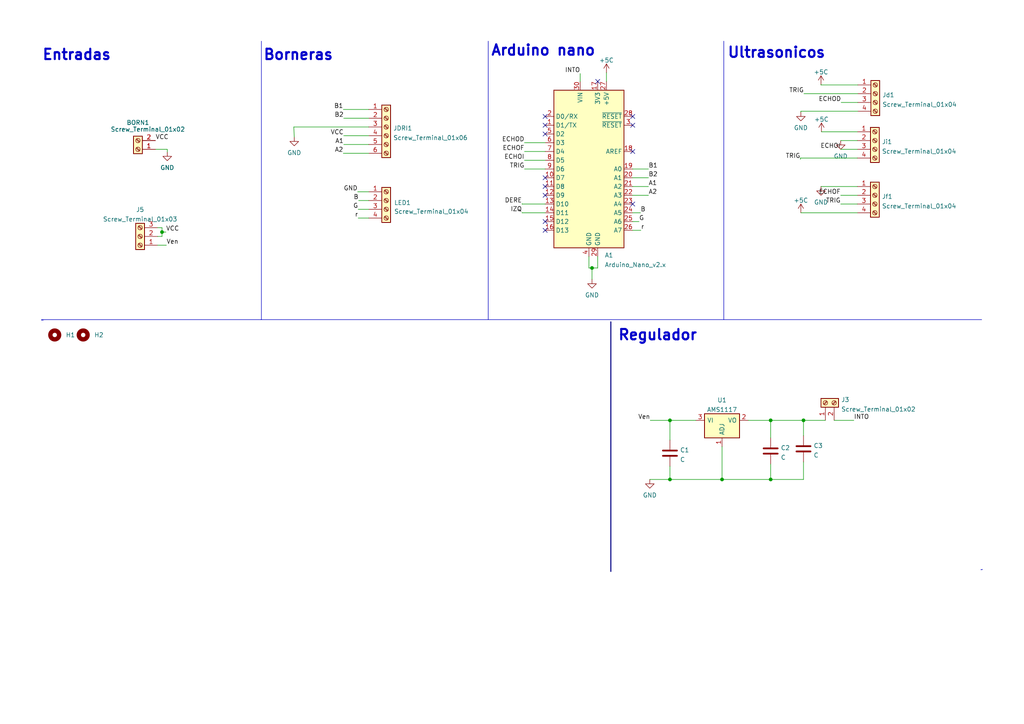
<source format=kicad_sch>
(kicad_sch (version 20230121) (generator eeschema)
  (paper "A4")
  (lib_symbols
    (symbol "Connector:Screw_Terminal_01x02" (pin_names (offset 1.016) hide)
      (property "Reference" "J" (at 0 2.54 0))
      (property "Value" "Screw_Terminal_01x02" (at 0 -5.08 0))
      (symbol "Screw_Terminal_01x02_1_1"
        (rectangle (start -1.27 1.27) (end 1.27 -3.81) (stroke (width 0.254)) (fill (type background)))
        (circle (center 0 -2.54) (radius 0.635) (stroke (width 0.1524)))
        (polyline (pts (xy -0.5334 -2.2098) (xy 0.3302 -3.048)) (stroke (width 0.1524)))
        (polyline (pts (xy -0.5334 0.3302) (xy 0.3302 -0.508)) (stroke (width 0.1524)))
        (polyline (pts (xy -0.3556 -2.032) (xy 0.508 -2.8702)) (stroke (width 0.1524)))
        (polyline (pts (xy -0.3556 0.508) (xy 0.508 -0.3302)) (stroke (width 0.1524)))
        (circle (center 0 0) (radius 0.635) (stroke (width 0.1524)))
        (pin passive line (at -5.08 0 0) (length 3.81) (name "Pin_1") (number "1"))
        (pin passive line (at -5.08 -2.54 0) (length 3.81) (name "Pin_2") (number "2"))
      )
    )
    (symbol "Connector:Screw_Terminal_01x03" (pin_names (offset 1.016) hide)
      (property "Reference" "J" (at 0 5.08 0))
      (property "Value" "Screw_Terminal_01x03" (at 0 -5.08 0))
      (symbol "Screw_Terminal_01x03_1_1"
        (rectangle (start -1.27 3.81) (end 1.27 -3.81) (stroke (width 0.254)) (fill (type background)))
        (circle (center 0 -2.54) (radius 0.635) (stroke (width 0.1524)))
        (polyline (pts (xy -0.5334 -2.2098) (xy 0.3302 -3.048)) (stroke (width 0.1524)))
        (polyline (pts (xy -0.5334 0.3302) (xy 0.3302 -0.508)) (stroke (width 0.1524)))
        (polyline (pts (xy -0.5334 2.8702) (xy 0.3302 2.032)) (stroke (width 0.1524)))
        (polyline (pts (xy -0.3556 -2.032) (xy 0.508 -2.8702)) (stroke (width 0.1524)))
        (polyline (pts (xy -0.3556 0.508) (xy 0.508 -0.3302)) (stroke (width 0.1524)))
        (polyline (pts (xy -0.3556 3.048) (xy 0.508 2.2098)) (stroke (width 0.1524)))
        (circle (center 0 0) (radius 0.635) (stroke (width 0.1524)))
        (circle (center 0 2.54) (radius 0.635) (stroke (width 0.1524)))
        (pin passive line (at -5.08 2.54 0) (length 3.81) (name "Pin_1") (number "1"))
        (pin passive line (at -5.08 0 0) (length 3.81) (name "Pin_2") (number "2"))
        (pin passive line (at -5.08 -2.54 0) (length 3.81) (name "Pin_3") (number "3"))
      )
    )
    (symbol "Connector:Screw_Terminal_01x04" (pin_names (offset 1.016) hide)
      (property "Reference" "J" (at 0 5.08 0))
      (property "Value" "Screw_Terminal_01x04" (at 0 -7.62 0))
      (symbol "Screw_Terminal_01x04_1_1"
        (rectangle (start -1.27 3.81) (end 1.27 -6.35) (stroke (width 0.254)) (fill (type background)))
        (circle (center 0 -5.08) (radius 0.635) (stroke (width 0.1524)))
        (circle (center 0 -2.54) (radius 0.635) (stroke (width 0.1524)))
        (polyline (pts (xy -0.5334 -4.7498) (xy 0.3302 -5.588)) (stroke (width 0.1524)))
        (polyline (pts (xy -0.5334 -2.2098) (xy 0.3302 -3.048)) (stroke (width 0.1524)))
        (polyline (pts (xy -0.5334 0.3302) (xy 0.3302 -0.508)) (stroke (width 0.1524)))
        (polyline (pts (xy -0.5334 2.8702) (xy 0.3302 2.032)) (stroke (width 0.1524)))
        (polyline (pts (xy -0.3556 -4.572) (xy 0.508 -5.4102)) (stroke (width 0.1524)))
        (polyline (pts (xy -0.3556 -2.032) (xy 0.508 -2.8702)) (stroke (width 0.1524)))
        (polyline (pts (xy -0.3556 0.508) (xy 0.508 -0.3302)) (stroke (width 0.1524)))
        (polyline (pts (xy -0.3556 3.048) (xy 0.508 2.2098)) (stroke (width 0.1524)))
        (circle (center 0 0) (radius 0.635) (stroke (width 0.1524)))
        (circle (center 0 2.54) (radius 0.635) (stroke (width 0.1524)))
        (pin passive line (at -5.08 2.54 0) (length 3.81) (name "Pin_1") (number "1"))
        (pin passive line (at -5.08 0 0) (length 3.81) (name "Pin_2") (number "2"))
        (pin passive line (at -5.08 -2.54 0) (length 3.81) (name "Pin_3") (number "3"))
        (pin passive line (at -5.08 -5.08 0) (length 3.81) (name "Pin_4") (number "4"))
      )
    )
    (symbol "Connector:Screw_Terminal_01x06" (pin_names (offset 1.016) hide)
      (property "Reference" "J" (at 0 7.62 0))
      (property "Value" "Screw_Terminal_01x06" (at 0 -10.16 0))
      (symbol "Screw_Terminal_01x06_1_1"
        (rectangle (start -1.27 6.35) (end 1.27 -8.89) (stroke (width 0.254)) (fill (type background)))
        (circle (center 0 -7.62) (radius 0.635) (stroke (width 0.1524)))
        (circle (center 0 -5.08) (radius 0.635) (stroke (width 0.1524)))
        (circle (center 0 -2.54) (radius 0.635) (stroke (width 0.1524)))
        (polyline (pts (xy -0.5334 -7.2898) (xy 0.3302 -8.128)) (stroke (width 0.1524)))
        (polyline (pts (xy -0.5334 -4.7498) (xy 0.3302 -5.588)) (stroke (width 0.1524)))
        (polyline (pts (xy -0.5334 -2.2098) (xy 0.3302 -3.048)) (stroke (width 0.1524)))
        (polyline (pts (xy -0.5334 0.3302) (xy 0.3302 -0.508)) (stroke (width 0.1524)))
        (polyline (pts (xy -0.5334 2.8702) (xy 0.3302 2.032)) (stroke (width 0.1524)))
        (polyline (pts (xy -0.5334 5.4102) (xy 0.3302 4.572)) (stroke (width 0.1524)))
        (polyline (pts (xy -0.3556 -7.112) (xy 0.508 -7.9502)) (stroke (width 0.1524)))
        (polyline (pts (xy -0.3556 -4.572) (xy 0.508 -5.4102)) (stroke (width 0.1524)))
        (polyline (pts (xy -0.3556 -2.032) (xy 0.508 -2.8702)) (stroke (width 0.1524)))
        (polyline (pts (xy -0.3556 0.508) (xy 0.508 -0.3302)) (stroke (width 0.1524)))
        (polyline (pts (xy -0.3556 3.048) (xy 0.508 2.2098)) (stroke (width 0.1524)))
        (polyline (pts (xy -0.3556 5.588) (xy 0.508 4.7498)) (stroke (width 0.1524)))
        (circle (center 0 0) (radius 0.635) (stroke (width 0.1524)))
        (circle (center 0 2.54) (radius 0.635) (stroke (width 0.1524)))
        (circle (center 0 5.08) (radius 0.635) (stroke (width 0.1524)))
        (pin passive line (at -5.08 5.08 0) (length 3.81) (name "Pin_1") (number "1"))
        (pin passive line (at -5.08 2.54 0) (length 3.81) (name "Pin_2") (number "2"))
        (pin passive line (at -5.08 0 0) (length 3.81) (name "Pin_3") (number "3"))
        (pin passive line (at -5.08 -2.54 0) (length 3.81) (name "Pin_4") (number "4"))
        (pin passive line (at -5.08 -5.08 0) (length 3.81) (name "Pin_5") (number "5"))
        (pin passive line (at -5.08 -7.62 0) (length 3.81) (name "Pin_6") (number "6"))
      )
    )
    (symbol "Device:C" (pin_numbers hide) (pin_names (offset 0.254))
      (property "Reference" "C" (at 0.635 2.54 0))
      (property "Value" "C" (at 0.635 -2.54 0))
      (symbol "C_0_1"
        (polyline (pts (xy -2.032 -0.762) (xy 2.032 -0.762)) (stroke (width 0.508)))
        (polyline (pts (xy -2.032 0.762) (xy 2.032 0.762)) (stroke (width 0.508)))
      )
      (symbol "C_1_1"
        (pin passive line (at 0 3.81 270) (length 2.794) (name "~") (number "1"))
        (pin passive line (at 0 -3.81 90) (length 2.794) (name "~") (number "2"))
      )
    )
    (symbol "EESTN5:Mounting_Hole" (pin_names (offset 1.016))
      (property "Reference" "H" (at 0 5.08 0))
      (symbol "Mounting_Hole_0_1"
        (circle (center 0 0) (radius 1.27) (stroke (width 1.27)))
      )
    )
    (symbol "MCU_Module:Arduino_Nano_v2.x"
      (property "Reference" "A" (at -10.16 23.495 0))
      (property "Value" "Arduino_Nano_v2.x" (at 5.08 -24.13 0))
      (symbol "Arduino_Nano_v2.x_0_1"
        (rectangle (start -10.16 22.86) (end 10.16 -22.86) (stroke (width 0.254)) (fill (type background)))
      )
      (symbol "Arduino_Nano_v2.x_1_1"
        (pin bidirectional line (at -12.7 12.7 0) (length 2.54) (name "D1/TX") (number "1"))
        (pin bidirectional line (at -12.7 -2.54 0) (length 2.54) (name "D7") (number "10"))
        (pin bidirectional line (at -12.7 -5.08 0) (length 2.54) (name "D8") (number "11"))
        (pin bidirectional line (at -12.7 -7.62 0) (length 2.54) (name "D9") (number "12"))
        (pin bidirectional line (at -12.7 -10.16 0) (length 2.54) (name "D10") (number "13"))
        (pin bidirectional line (at -12.7 -12.7 0) (length 2.54) (name "D11") (number "14"))
        (pin bidirectional line (at -12.7 -15.24 0) (length 2.54) (name "D12") (number "15"))
        (pin bidirectional line (at -12.7 -17.78 0) (length 2.54) (name "D13") (number "16"))
        (pin power_out line (at 2.54 25.4 270) (length 2.54) (name "3V3") (number "17"))
        (pin input line (at 12.7 5.08 180) (length 2.54) (name "AREF") (number "18"))
        (pin bidirectional line (at 12.7 0 180) (length 2.54) (name "A0") (number "19"))
        (pin bidirectional line (at -12.7 15.24 0) (length 2.54) (name "D0/RX") (number "2"))
        (pin bidirectional line (at 12.7 -2.54 180) (length 2.54) (name "A1") (number "20"))
        (pin bidirectional line (at 12.7 -5.08 180) (length 2.54) (name "A2") (number "21"))
        (pin bidirectional line (at 12.7 -7.62 180) (length 2.54) (name "A3") (number "22"))
        (pin bidirectional line (at 12.7 -10.16 180) (length 2.54) (name "A4") (number "23"))
        (pin bidirectional line (at 12.7 -12.7 180) (length 2.54) (name "A5") (number "24"))
        (pin bidirectional line (at 12.7 -15.24 180) (length 2.54) (name "A6") (number "25"))
        (pin bidirectional line (at 12.7 -17.78 180) (length 2.54) (name "A7") (number "26"))
        (pin power_out line (at 5.08 25.4 270) (length 2.54) (name "+5V") (number "27"))
        (pin input line (at 12.7 15.24 180) (length 2.54) (name "~{RESET}") (number "28"))
        (pin power_in line (at 2.54 -25.4 90) (length 2.54) (name "GND") (number "29"))
        (pin input line (at 12.7 12.7 180) (length 2.54) (name "~{RESET}") (number "3"))
        (pin power_in line (at -2.54 25.4 270) (length 2.54) (name "VIN") (number "30"))
        (pin power_in line (at 0 -25.4 90) (length 2.54) (name "GND") (number "4"))
        (pin bidirectional line (at -12.7 10.16 0) (length 2.54) (name "D2") (number "5"))
        (pin bidirectional line (at -12.7 7.62 0) (length 2.54) (name "D3") (number "6"))
        (pin bidirectional line (at -12.7 5.08 0) (length 2.54) (name "D4") (number "7"))
        (pin bidirectional line (at -12.7 2.54 0) (length 2.54) (name "D5") (number "8"))
        (pin bidirectional line (at -12.7 0 0) (length 2.54) (name "D6") (number "9"))
      )
    )
    (symbol "Regulator_Linear:AMS1117" (pin_names (offset 0.762))
      (property "Reference" "U" (at -3.81 3.175 0))
      (property "Value" "AMS1117" (at 0 3.175 0))
      (symbol "AMS1117_0_1"
        (rectangle (start -5.08 -5.08) (end 5.08 1.905) (stroke (width 0.254)) (fill (type background)))
      )
      (symbol "AMS1117_1_1"
        (pin input line (at 0 -7.62 90) (length 2.54) (name "ADJ") (number "1"))
        (pin power_out line (at 7.62 0 180) (length 2.54) (name "VO") (number "2"))
        (pin power_in line (at -7.62 0 0) (length 2.54) (name "VI") (number "3"))
      )
    )
    (symbol "power:+5C" (power) (pin_names (offset 0))
      (property "Value" "+5C" (at 0 3.556 0))
      (symbol "+5C_0_1"
        (polyline (pts (xy -0.762 1.27) (xy 0 2.54)))
        (polyline (pts (xy 0 0) (xy 0 2.54)))
        (polyline (pts (xy 0 2.54) (xy 0.762 1.27)))
      )
      (symbol "+5C_1_1"
        (pin power_in line (at 0 0 90) (length 0) hide (name "+5C") (number "1"))
      )
    )
    (symbol "power:GND" (power) (pin_names (offset 0))
      (property "Value" "GND" (at 0 -3.81 0))
      (symbol "GND_0_1"
        (polyline (pts (xy 0 0) (xy 0 -1.27) (xy 1.27 -1.27) (xy 0 -2.54) (xy -1.27 -1.27) (xy 0 -1.27)))
      )
      (symbol "GND_1_1"
        (pin power_in line (at 0 0 270) (length 0) hide (name "GND") (number "1"))
      )
    )
  )
  (junction (at 46.99 67.31))
  (junction (at 223.52 139.065))
  (junction (at 194.31 139.065))
  (junction (at 209.423 139.065))
  (junction (at 194.31 121.92))
  (junction (at 223.52 121.92))
  (junction (at 233.045 121.92))
  (junction (at 171.704 77.724))
  (no_connect (at 183.515 59.182))
  (no_connect (at 183.515 33.782))
  (no_connect (at 183.515 36.322))
  (no_connect (at 183.515 43.942))
  (no_connect (at 158.115 51.562))
  (no_connect (at 158.115 54.102))
  (no_connect (at 158.115 56.642))
  (no_connect (at 158.115 64.262))
  (no_connect (at 158.115 66.802))
  (no_connect (at 158.115 33.782))
  (no_connect (at 158.115 36.322))
  (no_connect (at 158.115 38.862))
  (no_connect (at 173.355 23.622))
  (wire (pts (xy 45.72 71.12) (xy 48.26 71.12)))
  (wire (pts (xy 171.704 77.724) (xy 173.355 77.724)))
  (wire (pts (xy 241.935 121.92) (xy 247.65 121.92)))
  (wire (pts (xy 45.72 68.58) (xy 46.99 68.58)))
  (wire (pts (xy 194.31 121.92) (xy 194.31 127.635)))
  (wire (pts (xy 151.4094 59.1312) (xy 151.4602 59.1312)))
  (polyline (pts (xy 141.605 11.938) (xy 141.605 92.71)))
  (wire (pts (xy 152.1206 41.402) (xy 158.115 41.402)))
  (wire (pts (xy 243.84 59.182) (xy 248.666 59.182)))
  (bus (pts (xy 177.165 93.345) (xy 177.165 165.735)))
  (wire (pts (xy 239.395 121.92) (xy 233.045 121.92)))
  (wire (pts (xy 188.087 54.102) (xy 183.515 54.102)))
  (wire (pts (xy 46.99 66.04) (xy 46.99 67.31)))
  (wire (pts (xy 233.045 126.365) (xy 233.045 121.92)))
  (wire (pts (xy 209.423 129.54) (xy 209.423 139.065)))
  (wire (pts (xy 223.52 121.92) (xy 233.045 121.92)))
  (wire (pts (xy 238.252 38.227) (xy 248.666 38.227)))
  (wire (pts (xy 48.514 43.307) (xy 48.514 44.069)))
  (wire (pts (xy 103.7336 55.626) (xy 106.934 55.626)))
  (wire (pts (xy 238.125 24.638) (xy 248.793 24.638)))
  (polyline (pts (xy 75.819 92.71) (xy 75.692 92.71)))
  (wire (pts (xy 104.013 58.166) (xy 106.934 58.166)))
  (wire (pts (xy 99.568 44.45) (xy 106.934 44.45)))
  (wire (pts (xy 46.99 68.58) (xy 46.99 67.31)))
  (wire (pts (xy 188.087 56.642) (xy 183.515 56.642)))
  (wire (pts (xy 175.895 21.082) (xy 175.895 23.622)))
  (wire (pts (xy 194.31 121.92) (xy 201.803 121.92)))
  (wire (pts (xy 151.4094 61.6712) (xy 151.4348 61.6712)))
  (wire (pts (xy 168.275 21.336) (xy 168.275 23.622)))
  (polyline (pts (xy 284.861 165.1) (xy 284.861 165.227)))
  (wire (pts (xy 99.695 34.29) (xy 106.934 34.29)))
  (wire (pts (xy 233.045 139.065) (xy 223.52 139.065)))
  (polyline (pts (xy 12.065 92.71) (xy 12.065 92.837)))
  (wire (pts (xy 85.217 36.83) (xy 106.934 36.83)))
  (wire (pts (xy 103.886 60.706) (xy 106.934 60.706)))
  (wire (pts (xy 183.515 61.722) (xy 185.7756 61.722)))
  (wire (pts (xy 243.967 29.718) (xy 248.793 29.718)))
  (wire (pts (xy 99.695 41.91) (xy 106.934 41.91)))
  (wire (pts (xy 233.045 133.985) (xy 233.045 139.065)))
  (wire (pts (xy 217.043 121.92) (xy 223.52 121.92)))
  (wire (pts (xy 45.085 43.307) (xy 48.514 43.307)))
  (wire (pts (xy 183.515 64.262) (xy 185.3438 64.262)))
  (wire (pts (xy 194.31 139.065) (xy 209.423 139.065)))
  (wire (pts (xy 232.283 32.258) (xy 232.283 32.512)))
  (wire (pts (xy 232.156 45.847) (xy 248.666 45.847)))
  (wire (pts (xy 99.568 31.75) (xy 106.934 31.75)))
  (wire (pts (xy 152.1206 46.482) (xy 158.115 46.482)))
  (wire (pts (xy 152.1206 49.022) (xy 158.115 49.022)))
  (wire (pts (xy 209.423 139.065) (xy 223.52 139.065)))
  (wire (pts (xy 188.468 139.065) (xy 194.31 139.065)))
  (wire (pts (xy 170.815 77.724) (xy 171.704 77.724)))
  (wire (pts (xy 238.125 54.102) (xy 248.666 54.102)))
  (wire (pts (xy 243.84 40.767) (xy 248.666 40.767)))
  (wire (pts (xy 183.515 66.802) (xy 185.8772 66.802)))
  (polyline (pts (xy 12.065 92.837) (xy 12.573 92.837)))
  (wire (pts (xy 232.156 45.847) (xy 232.156 46.228)))
  (wire (pts (xy 194.31 135.255) (xy 194.31 139.065)))
  (wire (pts (xy 171.704 77.724) (xy 171.704 81.026)))
  (wire (pts (xy 188.595 121.92) (xy 194.31 121.92)))
  (wire (pts (xy 151.4602 59.182) (xy 158.115 59.182)))
  (wire (pts (xy 233.172 27.178) (xy 248.793 27.178)))
  (wire (pts (xy 170.815 74.422) (xy 170.815 77.724)))
  (wire (pts (xy 223.52 127) (xy 223.52 121.92)))
  (wire (pts (xy 46.99 67.31) (xy 48.133 67.31)))
  (wire (pts (xy 223.52 134.62) (xy 223.52 139.065)))
  (polyline (pts (xy 209.931 11.938) (xy 209.931 92.71)))
  (wire (pts (xy 85.344 39.751) (xy 85.217 36.83)))
  (polyline (pts (xy 284.734 92.71) (xy 12.065 92.71)))
  (wire (pts (xy 173.355 74.422) (xy 173.355 77.724)))
  (wire (pts (xy 188.087 51.562) (xy 183.515 51.562)))
  (wire (pts (xy 151.4348 61.6712) (xy 151.4348 61.722)))
  (wire (pts (xy 232.283 61.722) (xy 248.666 61.722)))
  (polyline (pts (xy 284.48 165.227) (xy 284.861 165.227)))
  (wire (pts (xy 151.4348 61.722) (xy 158.115 61.722)))
  (wire (pts (xy 45.72 66.04) (xy 46.99 66.04)))
  (polyline (pts (xy 75.819 11.938) (xy 75.819 92.71)))
  (wire (pts (xy 103.886 63.246) (xy 106.934 63.246)))
  (wire (pts (xy 243.84 56.642) (xy 248.666 56.642)))
  (wire (pts (xy 99.695 39.37) (xy 106.934 39.37)))
  (wire (pts (xy 188.087 49.022) (xy 183.515 49.022)))
  (wire (pts (xy 232.283 32.258) (xy 248.793 32.258)))
  (wire (pts (xy 243.84 43.307) (xy 248.666 43.307)))
  (wire (pts (xy 152.1206 43.942) (xy 158.115 43.942)))
  (wire (pts (xy 238.125 24.511) (xy 238.125 24.638)))
  (wire (pts (xy 151.4602 59.1312) (xy 151.4602 59.182)))
  (text "Arduino nano" (at 142.24 16.51 0) (effects (font (size 3 3) (thickness 0.6) bold) (justify left bottom)))
  (text "Regulador\n" (at 179.07 99.06 0) (effects (font (size 3 3) (thickness 0.6) bold) (justify left bottom)))
  (text "Ultrasonicos\n" (at 210.82 17.145 0) (effects (font (size 3 3) bold) (justify left bottom)))
  (text "Borneras\n" (at 76.2 17.78 0) (effects (font (size 3 3) (thickness 0.6) bold) (justify left bottom)))
  (text "Entradas\n" (at 12.065 17.78 0) (effects (font (size 3 3) bold) (justify left bottom)))
  (label "A1" (at 99.695 41.91 180))
  (label "VCC" (at 48.133 67.31 0))
  (label "A2" (at 99.568 44.45 180))
  (label "VCC" (at 45.085 40.767 0))
  (label "G" (at 103.886 60.706 180))
  (label "B" (at 185.7756 61.722 0))
  (label "ECHOI" (at 243.84 43.307 180))
  (label "INTO" (at 168.275 21.336 180))
  (label "IZQ" (at 151.4094 61.6712 180))
  (label "ECHOI" (at 152.1206 46.482 180))
  (label "r" (at 103.886 63.246 180))
  (label "VCC" (at 99.695 39.37 180))
  (label "ECHOF" (at 243.84 56.642 180))
  (label "INTO" (at 247.65 121.92 0))
  (label "B" (at 104.013 58.166 180))
  (label "Ven" (at 48.26 71.12 0))
  (label "ECHOF" (at 152.1206 43.942 180))
  (label "Ven" (at 188.595 121.92 180))
  (label "ECHOD" (at 152.1206 41.402 180))
  (label "r" (at 185.8772 66.802 0))
  (label "DERE" (at 151.4094 59.1312 180))
  (label "B2" (at 99.695 34.29 180))
  (label "B1" (at 99.568 31.75 180))
  (label "TRIG" (at 232.156 46.228 180))
  (label "TRIG" (at 233.172 27.178 180))
  (label "B2" (at 188.087 51.562 0))
  (label "A1" (at 188.087 54.102 0))
  (label "GND" (at 103.7336 55.626 180))
  (label "G" (at 185.3438 64.262 0))
  (label "TRIG" (at 152.1206 49.022 180))
  (label "B1" (at 188.087 49.022 0))
  (label "TRIG" (at 243.84 59.182 180))
  (label "A2" (at 188.087 56.642 0))
  (label "ECHOD" (at 243.967 29.718 180))
  (symbol (lib_id "power:GND") (at 48.514 44.069 0) (unit 1)
    (property "Reference" "#PWR0112" (effects hide))
    (property "Value" "GND" (at 48.514 48.6315 0))
  )
  (symbol (lib_id "Connector:Screw_Terminal_01x02") (at 40.005 43.307 180) (unit 1)
    (property "Reference" "BORN1" (at 40.005 35.56 0))
    (property "Value" "Screw_Terminal_01x02" (at 42.8752 37.5158 0))
    (property "Footprint" "EESTN5:BORNERA2_AZUL" (effects hide))
  )
  (symbol (lib_id "power:+5C") (at 232.283 61.722 0) (unit 1)
    (property "Reference" "#PWR0103" (effects hide))
    (property "Value" "+5C" (at 232.283 58.1175 0))
  )
  (symbol (lib_id "power:GND") (at 243.84 40.767 0) (unit 1)
    (property "Reference" "#PWR0104" (effects hide))
    (property "Value" "GND" (at 243.84 45.3295 0))
  )
  (symbol (lib_id "power:GND") (at 232.283 32.512 0) (unit 1)
    (property "Reference" "#PWR0102" (effects hide))
    (property "Value" "GND" (at 232.283 37.0745 0))
  )
  (symbol (lib_id "EESTN5:Mounting_Hole") (at 24.13 97.155 0) (unit 1)
    (property "Reference" "H2" (at 27.305 97.155 0) (effects (justify left)))
    (property "Value" "Mounting_Hole" (effects hide))
    (property "Footprint" "E.E.S.T. N°5:Pololu_Micro_Con_Soporte_Simple" (effects hide))
  )
  (symbol (lib_id "power:+5C") (at 238.252 38.227 0) (unit 1)
    (property "Reference" "#PWR0101" (effects hide))
    (property "Value" "+5C" (at 238.252 34.6225 0))
  )
  (symbol (lib_id "Connector:Screw_Terminal_01x06") (at 112.014 36.83 0) (unit 1)
    (property "Reference" "JDRI1" (at 114.046 37.1915 0) (effects (justify left)))
    (property "Value" "Screw_Terminal_01x06" (at 114.046 39.9666 0) (effects (justify left)))
    (property "Footprint" "Connector_PinHeader_2.54mm:PinHeader_1x06_P2.54mm_Vertical" (effects hide))
  )
  (symbol (lib_id "Connector:Screw_Terminal_01x04") (at 253.873 27.178 0) (unit 1)
    (property "Reference" "Jd1" (at 255.905 27.5395 0) (effects (justify left)))
    (property "Value" "Screw_Terminal_01x04" (at 255.905 30.3146 0) (effects (justify left)))
    (property "Footprint" "Connector_JST:JST_EH_B4B-EH-A_1x04_P2.50mm_Vertical" (effects hide))
  )
  (symbol (lib_id "Device:C") (at 194.31 131.445 0) (unit 1)
    (property "Reference" "C1" (at 197.231 130.5365 0) (effects (justify left)))
    (property "Value" "C" (at 197.231 133.3116 0) (effects (justify left)))
    (property "Footprint" "Capacitor_THT:CP_Radial_D6.3mm_P2.50mm" (effects hide))
  )
  (symbol (lib_id "EESTN5:Mounting_Hole") (at 15.875 97.155 0) (unit 1)
    (property "Reference" "H1" (at 19.05 97.155 0) (effects (justify left)))
    (property "Value" "Mounting_Hole" (effects hide))
    (property "Footprint" "E.E.S.T. N°5:Pololu_Micro_Con_Soporte_Simple" (effects hide))
  )
  (symbol (lib_id "power:GND") (at 238.125 54.102 0) (unit 1)
    (property "Reference" "#PWR0105" (effects hide))
    (property "Value" "GND" (at 238.125 58.6645 0))
  )
  (symbol (lib_id "Connector:Screw_Terminal_01x03") (at 40.64 68.58 180) (unit 1)
    (property "Reference" "J5" (at 40.64 60.8035 0))
    (property "Value" "Screw_Terminal_01x03" (at 40.64 63.5786 0))
    (property "Footprint" "EESTN5:BORNERA3_AZUL" (effects hide))
  )
  (symbol (lib_id "power:GND") (at 171.704 81.026 0) (unit 1)
    (property "Reference" "#PWR0108" (effects hide))
    (property "Value" "GND" (at 171.704 85.5885 0))
  )
  (symbol (lib_id "Connector:Screw_Terminal_01x04") (at 112.014 58.166 0) (unit 1)
    (property "Reference" "LED1" (at 114.3 58.801 0) (effects (justify left)))
    (property "Value" "Screw_Terminal_01x04" (at 114.3 61.341 0) (effects (justify left)))
    (property "Footprint" "Connector_PinHeader_2.54mm:PinHeader_1x04_P2.54mm_Vertical" (effects hide))
  )
  (symbol (lib_id "power:GND") (at 85.344 39.751 0) (unit 1)
    (property "Reference" "#PWR0111" (effects hide))
    (property "Value" "GND" (at 85.344 44.3135 0))
  )
  (symbol (lib_id "Connector:Screw_Terminal_01x04") (at 253.746 40.767 0) (unit 1)
    (property "Reference" "Ji1" (at 255.778 41.1285 0) (effects (justify left)))
    (property "Value" "Screw_Terminal_01x04" (at 255.778 43.9036 0) (effects (justify left)))
    (property "Footprint" "Connector_JST:JST_EH_B4B-EH-A_1x04_P2.50mm_Vertical" (effects hide))
  )
  (symbol (lib_id "Regulator_Linear:AMS1117") (at 209.423 121.92 0) (unit 1)
    (property "Reference" "U1" (at 209.423 116.0485 0))
    (property "Value" "AMS1117" (at 209.423 118.8236 0))
    (property "Footprint" "Package_TO_SOT_SMD:SOT-223-3_TabPin2" (effects hide))
    (property "Datasheet" "http://www.advanced-monolithic.com/pdf/ds1117.pdf" (effects hide))
  )
  (symbol (lib_id "Connector:Screw_Terminal_01x04") (at 253.746 56.642 0) (unit 1)
    (property "Reference" "Jf1" (at 255.778 57.0035 0) (effects (justify left)))
    (property "Value" "Screw_Terminal_01x04" (at 255.778 59.7786 0) (effects (justify left)))
    (property "Footprint" "Connector_JST:JST_EH_B4B-EH-A_1x04_P2.50mm_Vertical" (effects hide))
  )
  (symbol (lib_id "Connector:Screw_Terminal_01x02") (at 239.395 116.84 90) (unit 1)
    (property "Reference" "J3" (at 243.967 115.9315 90) (effects (justify right)))
    (property "Value" "Screw_Terminal_01x02" (at 243.967 118.7066 90) (effects (justify right)))
    (property "Footprint" "Connector_PinHeader_2.54mm:PinHeader_1x02_P2.54mm_Vertical" (effects hide))
  )
  (symbol (lib_id "Device:C") (at 223.52 130.81 0) (unit 1)
    (property "Reference" "C2" (at 226.441 129.9015 0) (effects (justify left)))
    (property "Value" "C" (at 226.441 132.6766 0) (effects (justify left)))
    (property "Footprint" "Capacitor_THT:CP_Radial_D6.3mm_P2.50mm" (effects hide))
  )
  (symbol (lib_id "power:+5C") (at 175.895 21.082 0) (unit 1)
    (property "Reference" "#PWR0107" (effects hide))
    (property "Value" "+5C" (at 175.895 17.4775 0))
  )
  (symbol (lib_id "Device:C") (at 233.045 130.175 0) (unit 1)
    (property "Reference" "C3" (at 235.966 129.2665 0) (effects (justify left)))
    (property "Value" "C" (at 235.966 132.0416 0) (effects (justify left)))
    (property "Footprint" "Capacitor_THT:CP_Radial_D6.3mm_P2.50mm" (effects hide))
  )
  (symbol (lib_id "power:+5C") (at 238.125 24.511 0) (unit 1)
    (property "Reference" "#PWR0106" (effects hide))
    (property "Value" "+5C" (at 238.125 20.9065 0))
  )
  (symbol (lib_id "power:GND") (at 188.468 139.065 0) (unit 1)
    (property "Reference" "#PWR0109" (effects hide))
    (property "Value" "GND" (at 188.468 143.6275 0))
  )
  (symbol (lib_id "MCU_Module:Arduino_Nano_v2.x") (at 170.815 49.022 0) (unit 1)
    (property "Reference" "A1" (at 175.3744 74.0315 0) (effects (justify left)))
    (property "Value" "Arduino_Nano_v2.x" (at 175.3744 76.8066 0) (effects (justify left)))
    (property "Footprint" "Module:Arduino_Nano" (effects hide))
    (property "Datasheet" "https://www.arduino.cc/en/uploads/Main/ArduinoNanoManual23.pdf" (effects hide))
  )
)
</source>
